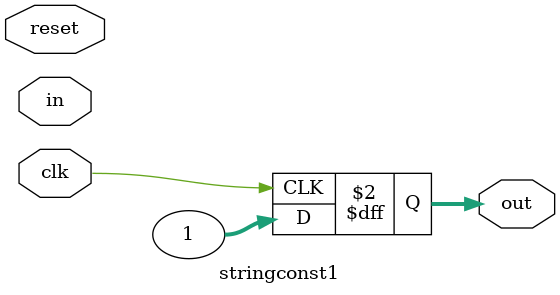
<source format=v>
module stringconst1
  #(parameter MY_STRING = "Hello\nWorld!")
  (input wire        reset,
   input wire        clk,
   input wire [31:0] in,
   output reg [31:0] out);

   always @(posedge clk) out <= 1.0;

endmodule

</source>
